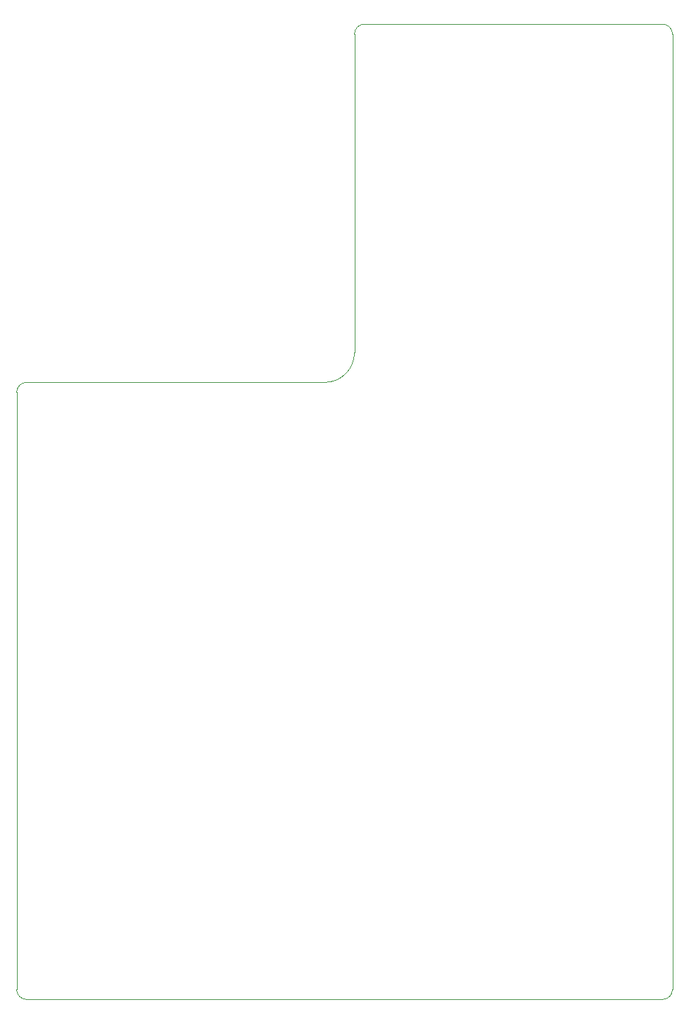
<source format=gm1>
G04 #@! TF.GenerationSoftware,KiCad,Pcbnew,(6.0.5)*
G04 #@! TF.CreationDate,2022-05-08T01:15:56+03:00*
G04 #@! TF.ProjectId,SIN-PAD,53494e2d-5041-4442-9e6b-696361645f70,rev?*
G04 #@! TF.SameCoordinates,Original*
G04 #@! TF.FileFunction,Profile,NP*
%FSLAX46Y46*%
G04 Gerber Fmt 4.6, Leading zero omitted, Abs format (unit mm)*
G04 Created by KiCad (PCBNEW (6.0.5)) date 2022-05-08 01:15:56*
%MOMM*%
%LPD*%
G01*
G04 APERTURE LIST*
G04 #@! TA.AperFunction,Profile*
%ADD10C,0.050000*%
G04 #@! TD*
G04 APERTURE END LIST*
D10*
X120253125Y-142875000D02*
X120253125Y-28575000D01*
X120253125Y-28575000D02*
G75*
G03*
X119062500Y-27384375I-1190625J0D01*
G01*
X82153125Y-28575000D02*
X82153125Y-66675000D01*
X83343750Y-27384375D02*
G75*
G03*
X82153125Y-28575000I0J-1190625D01*
G01*
X42862500Y-144065625D02*
X119062500Y-144065625D01*
X119062500Y-144065625D02*
G75*
G03*
X120253125Y-142875000I0J1190625D01*
G01*
X41671875Y-71437500D02*
X41671875Y-142875000D01*
X42862500Y-70246875D02*
G75*
G03*
X41671875Y-71437500I0J-1190625D01*
G01*
X41671875Y-142875000D02*
G75*
G03*
X42862500Y-144065625I1190625J0D01*
G01*
X78581250Y-70246875D02*
G75*
G03*
X82153125Y-66675000I0J3571875D01*
G01*
X78581250Y-70246875D02*
X42862500Y-70246875D01*
X119062500Y-27384375D02*
X83343750Y-27384375D01*
M02*

</source>
